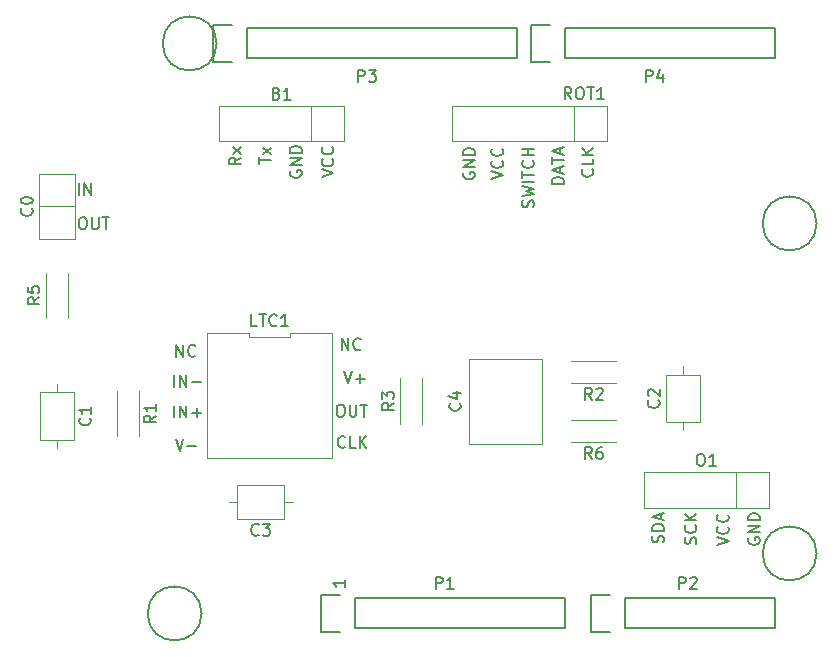
<source format=gbr>
G04 #@! TF.GenerationSoftware,KiCad,Pcbnew,(5.1.2)-2*
G04 #@! TF.CreationDate,2021-03-05T11:45:08+01:00*
G04 #@! TF.ProjectId,Shield,53686965-6c64-42e6-9b69-6361645f7063,rev?*
G04 #@! TF.SameCoordinates,Original*
G04 #@! TF.FileFunction,Legend,Top*
G04 #@! TF.FilePolarity,Positive*
%FSLAX46Y46*%
G04 Gerber Fmt 4.6, Leading zero omitted, Abs format (unit mm)*
G04 Created by KiCad (PCBNEW (5.1.2)-2) date 2021-03-05 11:45:08*
%MOMM*%
%LPD*%
G04 APERTURE LIST*
%ADD10C,0.150000*%
%ADD11C,0.120000*%
G04 APERTURE END LIST*
D10*
X139390380Y-120999285D02*
X139390380Y-121570714D01*
X139390380Y-121285000D02*
X138390380Y-121285000D01*
X138533238Y-121380238D01*
X138628476Y-121475476D01*
X138676095Y-121570714D01*
D11*
X129538000Y-114365000D02*
X130228000Y-114365000D01*
X134958000Y-114365000D02*
X134268000Y-114365000D01*
X130228000Y-115785000D02*
X134268000Y-115785000D01*
X130228000Y-112945000D02*
X130228000Y-115785000D01*
X134268000Y-112945000D02*
X130228000Y-112945000D01*
X134268000Y-115785000D02*
X134268000Y-112945000D01*
X158808000Y-83865000D02*
X158808000Y-80865000D01*
X161578000Y-80865000D02*
X161578000Y-83865000D01*
X148418000Y-80865000D02*
X161578000Y-80865000D01*
X148418000Y-83865000D02*
X148418000Y-80865000D01*
X161578000Y-83865000D02*
X148418000Y-83865000D01*
X162378000Y-107445000D02*
X158538000Y-107445000D01*
X162378000Y-109285000D02*
X158538000Y-109285000D01*
X115918000Y-98825000D02*
X115918000Y-94985000D01*
X114078000Y-98825000D02*
X114078000Y-94985000D01*
X145918000Y-107745000D02*
X145918000Y-103905000D01*
X144078000Y-107745000D02*
X144078000Y-103905000D01*
X162378000Y-102445000D02*
X158538000Y-102445000D01*
X162378000Y-104285000D02*
X158538000Y-104285000D01*
X120078000Y-104985000D02*
X120078000Y-108825000D01*
X121918000Y-104985000D02*
X121918000Y-108825000D01*
X172538000Y-114865000D02*
X172538000Y-111865000D01*
X175308000Y-111865000D02*
X175308000Y-114865000D01*
X164688000Y-111865000D02*
X175308000Y-111865000D01*
X164688000Y-114865000D02*
X164688000Y-111865000D01*
X175308000Y-114865000D02*
X164688000Y-114865000D01*
X131244667Y-100055000D02*
X127738000Y-100055000D01*
X131244667Y-100415000D02*
X131244667Y-100055000D01*
X134751333Y-100415000D02*
X131244667Y-100415000D01*
X134751333Y-100055000D02*
X134751333Y-100415000D01*
X138258000Y-100055000D02*
X134751333Y-100055000D01*
X138258000Y-110675000D02*
X138258000Y-100055000D01*
X127738000Y-110675000D02*
X138258000Y-110675000D01*
X127738000Y-100055000D02*
X127738000Y-110675000D01*
X149878000Y-102245000D02*
X156118000Y-102245000D01*
X149878000Y-109485000D02*
X156118000Y-109485000D01*
X156118000Y-109485000D02*
X156118000Y-102245000D01*
X149878000Y-109485000D02*
X149878000Y-102245000D01*
X167998000Y-102905000D02*
X167998000Y-103595000D01*
X167998000Y-108325000D02*
X167998000Y-107635000D01*
X166578000Y-103595000D02*
X166578000Y-107635000D01*
X169418000Y-103595000D02*
X166578000Y-103595000D01*
X169418000Y-107635000D02*
X169418000Y-103595000D01*
X166578000Y-107635000D02*
X169418000Y-107635000D01*
X114998000Y-109825000D02*
X114998000Y-109135000D01*
X114998000Y-104405000D02*
X114998000Y-105095000D01*
X116418000Y-109135000D02*
X116418000Y-105095000D01*
X113578000Y-109135000D02*
X116418000Y-109135000D01*
X113578000Y-105095000D02*
X113578000Y-109135000D01*
X116418000Y-105095000D02*
X113578000Y-105095000D01*
X116498000Y-89365000D02*
X113498000Y-89365000D01*
X113498000Y-86595000D02*
X116498000Y-86595000D01*
X113498000Y-92135000D02*
X113498000Y-86595000D01*
X116498000Y-92135000D02*
X113498000Y-92135000D01*
X116498000Y-86595000D02*
X116498000Y-92135000D01*
X136538000Y-83865000D02*
X136538000Y-80865000D01*
X139308000Y-80865000D02*
X139308000Y-83865000D01*
X128688000Y-80865000D02*
X139308000Y-80865000D01*
X128688000Y-83865000D02*
X128688000Y-80865000D01*
X139308000Y-83865000D02*
X128688000Y-83865000D01*
D10*
X140208000Y-125095000D02*
X157988000Y-125095000D01*
X157988000Y-125095000D02*
X157988000Y-122555000D01*
X157988000Y-122555000D02*
X140208000Y-122555000D01*
X137388000Y-125375000D02*
X138938000Y-125375000D01*
X140208000Y-125095000D02*
X140208000Y-122555000D01*
X138938000Y-122275000D02*
X137388000Y-122275000D01*
X137388000Y-122275000D02*
X137388000Y-125375000D01*
X163068000Y-125095000D02*
X175768000Y-125095000D01*
X175768000Y-125095000D02*
X175768000Y-122555000D01*
X175768000Y-122555000D02*
X163068000Y-122555000D01*
X160248000Y-125375000D02*
X161798000Y-125375000D01*
X163068000Y-125095000D02*
X163068000Y-122555000D01*
X161798000Y-122275000D02*
X160248000Y-122275000D01*
X160248000Y-122275000D02*
X160248000Y-125375000D01*
X131064000Y-76835000D02*
X153924000Y-76835000D01*
X153924000Y-76835000D02*
X153924000Y-74295000D01*
X153924000Y-74295000D02*
X131064000Y-74295000D01*
X128244000Y-77115000D02*
X129794000Y-77115000D01*
X131064000Y-76835000D02*
X131064000Y-74295000D01*
X129794000Y-74015000D02*
X128244000Y-74015000D01*
X128244000Y-74015000D02*
X128244000Y-77115000D01*
X157988000Y-76835000D02*
X175768000Y-76835000D01*
X175768000Y-76835000D02*
X175768000Y-74295000D01*
X175768000Y-74295000D02*
X157988000Y-74295000D01*
X155168000Y-77115000D02*
X156718000Y-77115000D01*
X157988000Y-76835000D02*
X157988000Y-74295000D01*
X156718000Y-74015000D02*
X155168000Y-74015000D01*
X155168000Y-74015000D02*
X155168000Y-77115000D01*
X127254000Y-123825000D02*
G75*
G03X127254000Y-123825000I-2286000J0D01*
G01*
X179324000Y-118745000D02*
G75*
G03X179324000Y-118745000I-2286000J0D01*
G01*
X128524000Y-75565000D02*
G75*
G03X128524000Y-75565000I-2286000J0D01*
G01*
X179324000Y-90805000D02*
G75*
G03X179324000Y-90805000I-2286000J0D01*
G01*
X132081333Y-117142142D02*
X132033714Y-117189761D01*
X131890857Y-117237380D01*
X131795619Y-117237380D01*
X131652761Y-117189761D01*
X131557523Y-117094523D01*
X131509904Y-116999285D01*
X131462285Y-116808809D01*
X131462285Y-116665952D01*
X131509904Y-116475476D01*
X131557523Y-116380238D01*
X131652761Y-116285000D01*
X131795619Y-116237380D01*
X131890857Y-116237380D01*
X132033714Y-116285000D01*
X132081333Y-116332619D01*
X132414666Y-116237380D02*
X133033714Y-116237380D01*
X132700380Y-116618333D01*
X132843238Y-116618333D01*
X132938476Y-116665952D01*
X132986095Y-116713571D01*
X133033714Y-116808809D01*
X133033714Y-117046904D01*
X132986095Y-117142142D01*
X132938476Y-117189761D01*
X132843238Y-117237380D01*
X132557523Y-117237380D01*
X132462285Y-117189761D01*
X132414666Y-117142142D01*
X158566571Y-80277380D02*
X158233238Y-79801190D01*
X157995142Y-80277380D02*
X157995142Y-79277380D01*
X158376095Y-79277380D01*
X158471333Y-79325000D01*
X158518952Y-79372619D01*
X158566571Y-79467857D01*
X158566571Y-79610714D01*
X158518952Y-79705952D01*
X158471333Y-79753571D01*
X158376095Y-79801190D01*
X157995142Y-79801190D01*
X159185619Y-79277380D02*
X159376095Y-79277380D01*
X159471333Y-79325000D01*
X159566571Y-79420238D01*
X159614190Y-79610714D01*
X159614190Y-79944047D01*
X159566571Y-80134523D01*
X159471333Y-80229761D01*
X159376095Y-80277380D01*
X159185619Y-80277380D01*
X159090380Y-80229761D01*
X158995142Y-80134523D01*
X158947523Y-79944047D01*
X158947523Y-79610714D01*
X158995142Y-79420238D01*
X159090380Y-79325000D01*
X159185619Y-79277380D01*
X159899904Y-79277380D02*
X160471333Y-79277380D01*
X160185619Y-80277380D02*
X160185619Y-79277380D01*
X161328476Y-80277380D02*
X160757047Y-80277380D01*
X161042761Y-80277380D02*
X161042761Y-79277380D01*
X160947523Y-79420238D01*
X160852285Y-79515476D01*
X160757047Y-79563095D01*
X149438000Y-86506904D02*
X149390380Y-86602142D01*
X149390380Y-86745000D01*
X149438000Y-86887857D01*
X149533238Y-86983095D01*
X149628476Y-87030714D01*
X149818952Y-87078333D01*
X149961809Y-87078333D01*
X150152285Y-87030714D01*
X150247523Y-86983095D01*
X150342761Y-86887857D01*
X150390380Y-86745000D01*
X150390380Y-86649761D01*
X150342761Y-86506904D01*
X150295142Y-86459285D01*
X149961809Y-86459285D01*
X149961809Y-86649761D01*
X150390380Y-86030714D02*
X149390380Y-86030714D01*
X150390380Y-85459285D01*
X149390380Y-85459285D01*
X150390380Y-84983095D02*
X149390380Y-84983095D01*
X149390380Y-84745000D01*
X149438000Y-84602142D01*
X149533238Y-84506904D01*
X149628476Y-84459285D01*
X149818952Y-84411666D01*
X149961809Y-84411666D01*
X150152285Y-84459285D01*
X150247523Y-84506904D01*
X150342761Y-84602142D01*
X150390380Y-84745000D01*
X150390380Y-84983095D01*
X151780380Y-87048333D02*
X152780380Y-86715000D01*
X151780380Y-86381666D01*
X152685142Y-85476904D02*
X152732761Y-85524523D01*
X152780380Y-85667380D01*
X152780380Y-85762619D01*
X152732761Y-85905476D01*
X152637523Y-86000714D01*
X152542285Y-86048333D01*
X152351809Y-86095952D01*
X152208952Y-86095952D01*
X152018476Y-86048333D01*
X151923238Y-86000714D01*
X151828000Y-85905476D01*
X151780380Y-85762619D01*
X151780380Y-85667380D01*
X151828000Y-85524523D01*
X151875619Y-85476904D01*
X152685142Y-84476904D02*
X152732761Y-84524523D01*
X152780380Y-84667380D01*
X152780380Y-84762619D01*
X152732761Y-84905476D01*
X152637523Y-85000714D01*
X152542285Y-85048333D01*
X152351809Y-85095952D01*
X152208952Y-85095952D01*
X152018476Y-85048333D01*
X151923238Y-85000714D01*
X151828000Y-84905476D01*
X151780380Y-84762619D01*
X151780380Y-84667380D01*
X151828000Y-84524523D01*
X151875619Y-84476904D01*
X155352761Y-89425000D02*
X155400380Y-89282142D01*
X155400380Y-89044047D01*
X155352761Y-88948809D01*
X155305142Y-88901190D01*
X155209904Y-88853571D01*
X155114666Y-88853571D01*
X155019428Y-88901190D01*
X154971809Y-88948809D01*
X154924190Y-89044047D01*
X154876571Y-89234523D01*
X154828952Y-89329761D01*
X154781333Y-89377380D01*
X154686095Y-89425000D01*
X154590857Y-89425000D01*
X154495619Y-89377380D01*
X154448000Y-89329761D01*
X154400380Y-89234523D01*
X154400380Y-88996428D01*
X154448000Y-88853571D01*
X154400380Y-88520238D02*
X155400380Y-88282142D01*
X154686095Y-88091666D01*
X155400380Y-87901190D01*
X154400380Y-87663095D01*
X155400380Y-87282142D02*
X154400380Y-87282142D01*
X154400380Y-86948809D02*
X154400380Y-86377380D01*
X155400380Y-86663095D02*
X154400380Y-86663095D01*
X155305142Y-85472619D02*
X155352761Y-85520238D01*
X155400380Y-85663095D01*
X155400380Y-85758333D01*
X155352761Y-85901190D01*
X155257523Y-85996428D01*
X155162285Y-86044047D01*
X154971809Y-86091666D01*
X154828952Y-86091666D01*
X154638476Y-86044047D01*
X154543238Y-85996428D01*
X154448000Y-85901190D01*
X154400380Y-85758333D01*
X154400380Y-85663095D01*
X154448000Y-85520238D01*
X154495619Y-85472619D01*
X155400380Y-85044047D02*
X154400380Y-85044047D01*
X154876571Y-85044047D02*
X154876571Y-84472619D01*
X155400380Y-84472619D02*
X154400380Y-84472619D01*
X157910380Y-87445000D02*
X156910380Y-87445000D01*
X156910380Y-87206904D01*
X156958000Y-87064047D01*
X157053238Y-86968809D01*
X157148476Y-86921190D01*
X157338952Y-86873571D01*
X157481809Y-86873571D01*
X157672285Y-86921190D01*
X157767523Y-86968809D01*
X157862761Y-87064047D01*
X157910380Y-87206904D01*
X157910380Y-87445000D01*
X157624666Y-86492619D02*
X157624666Y-86016428D01*
X157910380Y-86587857D02*
X156910380Y-86254523D01*
X157910380Y-85921190D01*
X156910380Y-85730714D02*
X156910380Y-85159285D01*
X157910380Y-85445000D02*
X156910380Y-85445000D01*
X157624666Y-84873571D02*
X157624666Y-84397380D01*
X157910380Y-84968809D02*
X156910380Y-84635476D01*
X157910380Y-84302142D01*
X160325142Y-86210238D02*
X160372761Y-86257857D01*
X160420380Y-86400714D01*
X160420380Y-86495952D01*
X160372761Y-86638809D01*
X160277523Y-86734047D01*
X160182285Y-86781666D01*
X159991809Y-86829285D01*
X159848952Y-86829285D01*
X159658476Y-86781666D01*
X159563238Y-86734047D01*
X159468000Y-86638809D01*
X159420380Y-86495952D01*
X159420380Y-86400714D01*
X159468000Y-86257857D01*
X159515619Y-86210238D01*
X160420380Y-85305476D02*
X160420380Y-85781666D01*
X159420380Y-85781666D01*
X160420380Y-84972142D02*
X159420380Y-84972142D01*
X160420380Y-84400714D02*
X159848952Y-84829285D01*
X159420380Y-84400714D02*
X159991809Y-84972142D01*
X160291333Y-110737380D02*
X159958000Y-110261190D01*
X159719904Y-110737380D02*
X159719904Y-109737380D01*
X160100857Y-109737380D01*
X160196095Y-109785000D01*
X160243714Y-109832619D01*
X160291333Y-109927857D01*
X160291333Y-110070714D01*
X160243714Y-110165952D01*
X160196095Y-110213571D01*
X160100857Y-110261190D01*
X159719904Y-110261190D01*
X161148476Y-109737380D02*
X160958000Y-109737380D01*
X160862761Y-109785000D01*
X160815142Y-109832619D01*
X160719904Y-109975476D01*
X160672285Y-110165952D01*
X160672285Y-110546904D01*
X160719904Y-110642142D01*
X160767523Y-110689761D01*
X160862761Y-110737380D01*
X161053238Y-110737380D01*
X161148476Y-110689761D01*
X161196095Y-110642142D01*
X161243714Y-110546904D01*
X161243714Y-110308809D01*
X161196095Y-110213571D01*
X161148476Y-110165952D01*
X161053238Y-110118333D01*
X160862761Y-110118333D01*
X160767523Y-110165952D01*
X160719904Y-110213571D01*
X160672285Y-110308809D01*
X113530380Y-97071666D02*
X113054190Y-97405000D01*
X113530380Y-97643095D02*
X112530380Y-97643095D01*
X112530380Y-97262142D01*
X112578000Y-97166904D01*
X112625619Y-97119285D01*
X112720857Y-97071666D01*
X112863714Y-97071666D01*
X112958952Y-97119285D01*
X113006571Y-97166904D01*
X113054190Y-97262142D01*
X113054190Y-97643095D01*
X112530380Y-96166904D02*
X112530380Y-96643095D01*
X113006571Y-96690714D01*
X112958952Y-96643095D01*
X112911333Y-96547857D01*
X112911333Y-96309761D01*
X112958952Y-96214523D01*
X113006571Y-96166904D01*
X113101809Y-96119285D01*
X113339904Y-96119285D01*
X113435142Y-96166904D01*
X113482761Y-96214523D01*
X113530380Y-96309761D01*
X113530380Y-96547857D01*
X113482761Y-96643095D01*
X113435142Y-96690714D01*
X143530380Y-105991666D02*
X143054190Y-106325000D01*
X143530380Y-106563095D02*
X142530380Y-106563095D01*
X142530380Y-106182142D01*
X142578000Y-106086904D01*
X142625619Y-106039285D01*
X142720857Y-105991666D01*
X142863714Y-105991666D01*
X142958952Y-106039285D01*
X143006571Y-106086904D01*
X143054190Y-106182142D01*
X143054190Y-106563095D01*
X142530380Y-105658333D02*
X142530380Y-105039285D01*
X142911333Y-105372619D01*
X142911333Y-105229761D01*
X142958952Y-105134523D01*
X143006571Y-105086904D01*
X143101809Y-105039285D01*
X143339904Y-105039285D01*
X143435142Y-105086904D01*
X143482761Y-105134523D01*
X143530380Y-105229761D01*
X143530380Y-105515476D01*
X143482761Y-105610714D01*
X143435142Y-105658333D01*
X160291333Y-105737380D02*
X159958000Y-105261190D01*
X159719904Y-105737380D02*
X159719904Y-104737380D01*
X160100857Y-104737380D01*
X160196095Y-104785000D01*
X160243714Y-104832619D01*
X160291333Y-104927857D01*
X160291333Y-105070714D01*
X160243714Y-105165952D01*
X160196095Y-105213571D01*
X160100857Y-105261190D01*
X159719904Y-105261190D01*
X160672285Y-104832619D02*
X160719904Y-104785000D01*
X160815142Y-104737380D01*
X161053238Y-104737380D01*
X161148476Y-104785000D01*
X161196095Y-104832619D01*
X161243714Y-104927857D01*
X161243714Y-105023095D01*
X161196095Y-105165952D01*
X160624666Y-105737380D01*
X161243714Y-105737380D01*
X123370380Y-107071666D02*
X122894190Y-107405000D01*
X123370380Y-107643095D02*
X122370380Y-107643095D01*
X122370380Y-107262142D01*
X122418000Y-107166904D01*
X122465619Y-107119285D01*
X122560857Y-107071666D01*
X122703714Y-107071666D01*
X122798952Y-107119285D01*
X122846571Y-107166904D01*
X122894190Y-107262142D01*
X122894190Y-107643095D01*
X123370380Y-106119285D02*
X123370380Y-106690714D01*
X123370380Y-106405000D02*
X122370380Y-106405000D01*
X122513238Y-106500238D01*
X122608476Y-106595476D01*
X122656095Y-106690714D01*
X169426571Y-110317380D02*
X169617047Y-110317380D01*
X169712285Y-110365000D01*
X169807523Y-110460238D01*
X169855142Y-110650714D01*
X169855142Y-110984047D01*
X169807523Y-111174523D01*
X169712285Y-111269761D01*
X169617047Y-111317380D01*
X169426571Y-111317380D01*
X169331333Y-111269761D01*
X169236095Y-111174523D01*
X169188476Y-110984047D01*
X169188476Y-110650714D01*
X169236095Y-110460238D01*
X169331333Y-110365000D01*
X169426571Y-110317380D01*
X170807523Y-111317380D02*
X170236095Y-111317380D01*
X170521809Y-111317380D02*
X170521809Y-110317380D01*
X170426571Y-110460238D01*
X170331333Y-110555476D01*
X170236095Y-110603095D01*
X166352761Y-117809285D02*
X166400380Y-117666428D01*
X166400380Y-117428333D01*
X166352761Y-117333095D01*
X166305142Y-117285476D01*
X166209904Y-117237857D01*
X166114666Y-117237857D01*
X166019428Y-117285476D01*
X165971809Y-117333095D01*
X165924190Y-117428333D01*
X165876571Y-117618809D01*
X165828952Y-117714047D01*
X165781333Y-117761666D01*
X165686095Y-117809285D01*
X165590857Y-117809285D01*
X165495619Y-117761666D01*
X165448000Y-117714047D01*
X165400380Y-117618809D01*
X165400380Y-117380714D01*
X165448000Y-117237857D01*
X166400380Y-116809285D02*
X165400380Y-116809285D01*
X165400380Y-116571190D01*
X165448000Y-116428333D01*
X165543238Y-116333095D01*
X165638476Y-116285476D01*
X165828952Y-116237857D01*
X165971809Y-116237857D01*
X166162285Y-116285476D01*
X166257523Y-116333095D01*
X166352761Y-116428333D01*
X166400380Y-116571190D01*
X166400380Y-116809285D01*
X166114666Y-115856904D02*
X166114666Y-115380714D01*
X166400380Y-115952142D02*
X165400380Y-115618809D01*
X166400380Y-115285476D01*
X169102761Y-117940714D02*
X169150380Y-117797857D01*
X169150380Y-117559761D01*
X169102761Y-117464523D01*
X169055142Y-117416904D01*
X168959904Y-117369285D01*
X168864666Y-117369285D01*
X168769428Y-117416904D01*
X168721809Y-117464523D01*
X168674190Y-117559761D01*
X168626571Y-117750238D01*
X168578952Y-117845476D01*
X168531333Y-117893095D01*
X168436095Y-117940714D01*
X168340857Y-117940714D01*
X168245619Y-117893095D01*
X168198000Y-117845476D01*
X168150380Y-117750238D01*
X168150380Y-117512142D01*
X168198000Y-117369285D01*
X169055142Y-116369285D02*
X169102761Y-116416904D01*
X169150380Y-116559761D01*
X169150380Y-116655000D01*
X169102761Y-116797857D01*
X169007523Y-116893095D01*
X168912285Y-116940714D01*
X168721809Y-116988333D01*
X168578952Y-116988333D01*
X168388476Y-116940714D01*
X168293238Y-116893095D01*
X168198000Y-116797857D01*
X168150380Y-116655000D01*
X168150380Y-116559761D01*
X168198000Y-116416904D01*
X168245619Y-116369285D01*
X169150380Y-115940714D02*
X168150380Y-115940714D01*
X169150380Y-115369285D02*
X168578952Y-115797857D01*
X168150380Y-115369285D02*
X168721809Y-115940714D01*
X170880380Y-118038333D02*
X171880380Y-117705000D01*
X170880380Y-117371666D01*
X171785142Y-116466904D02*
X171832761Y-116514523D01*
X171880380Y-116657380D01*
X171880380Y-116752619D01*
X171832761Y-116895476D01*
X171737523Y-116990714D01*
X171642285Y-117038333D01*
X171451809Y-117085952D01*
X171308952Y-117085952D01*
X171118476Y-117038333D01*
X171023238Y-116990714D01*
X170928000Y-116895476D01*
X170880380Y-116752619D01*
X170880380Y-116657380D01*
X170928000Y-116514523D01*
X170975619Y-116466904D01*
X171785142Y-115466904D02*
X171832761Y-115514523D01*
X171880380Y-115657380D01*
X171880380Y-115752619D01*
X171832761Y-115895476D01*
X171737523Y-115990714D01*
X171642285Y-116038333D01*
X171451809Y-116085952D01*
X171308952Y-116085952D01*
X171118476Y-116038333D01*
X171023238Y-115990714D01*
X170928000Y-115895476D01*
X170880380Y-115752619D01*
X170880380Y-115657380D01*
X170928000Y-115514523D01*
X170975619Y-115466904D01*
X173568000Y-117436904D02*
X173520380Y-117532142D01*
X173520380Y-117675000D01*
X173568000Y-117817857D01*
X173663238Y-117913095D01*
X173758476Y-117960714D01*
X173948952Y-118008333D01*
X174091809Y-118008333D01*
X174282285Y-117960714D01*
X174377523Y-117913095D01*
X174472761Y-117817857D01*
X174520380Y-117675000D01*
X174520380Y-117579761D01*
X174472761Y-117436904D01*
X174425142Y-117389285D01*
X174091809Y-117389285D01*
X174091809Y-117579761D01*
X174520380Y-116960714D02*
X173520380Y-116960714D01*
X174520380Y-116389285D01*
X173520380Y-116389285D01*
X174520380Y-115913095D02*
X173520380Y-115913095D01*
X173520380Y-115675000D01*
X173568000Y-115532142D01*
X173663238Y-115436904D01*
X173758476Y-115389285D01*
X173948952Y-115341666D01*
X174091809Y-115341666D01*
X174282285Y-115389285D01*
X174377523Y-115436904D01*
X174472761Y-115532142D01*
X174520380Y-115675000D01*
X174520380Y-115913095D01*
X131950380Y-99507380D02*
X131474190Y-99507380D01*
X131474190Y-98507380D01*
X132140857Y-98507380D02*
X132712285Y-98507380D01*
X132426571Y-99507380D02*
X132426571Y-98507380D01*
X133617047Y-99412142D02*
X133569428Y-99459761D01*
X133426571Y-99507380D01*
X133331333Y-99507380D01*
X133188476Y-99459761D01*
X133093238Y-99364523D01*
X133045619Y-99269285D01*
X132998000Y-99078809D01*
X132998000Y-98935952D01*
X133045619Y-98745476D01*
X133093238Y-98650238D01*
X133188476Y-98555000D01*
X133331333Y-98507380D01*
X133426571Y-98507380D01*
X133569428Y-98555000D01*
X133617047Y-98602619D01*
X134569428Y-99507380D02*
X133998000Y-99507380D01*
X134283714Y-99507380D02*
X134283714Y-98507380D01*
X134188476Y-98650238D01*
X134093238Y-98745476D01*
X133998000Y-98793095D01*
X139102285Y-101527380D02*
X139102285Y-100527380D01*
X139673714Y-101527380D01*
X139673714Y-100527380D01*
X140721333Y-101432142D02*
X140673714Y-101479761D01*
X140530857Y-101527380D01*
X140435619Y-101527380D01*
X140292761Y-101479761D01*
X140197523Y-101384523D01*
X140149904Y-101289285D01*
X140102285Y-101098809D01*
X140102285Y-100955952D01*
X140149904Y-100765476D01*
X140197523Y-100670238D01*
X140292761Y-100575000D01*
X140435619Y-100527380D01*
X140530857Y-100527380D01*
X140673714Y-100575000D01*
X140721333Y-100622619D01*
X139325619Y-103327380D02*
X139658952Y-104327380D01*
X139992285Y-103327380D01*
X140325619Y-103946428D02*
X141087523Y-103946428D01*
X140706571Y-104327380D02*
X140706571Y-103565476D01*
X138928000Y-106157380D02*
X139118476Y-106157380D01*
X139213714Y-106205000D01*
X139308952Y-106300238D01*
X139356571Y-106490714D01*
X139356571Y-106824047D01*
X139308952Y-107014523D01*
X139213714Y-107109761D01*
X139118476Y-107157380D01*
X138928000Y-107157380D01*
X138832761Y-107109761D01*
X138737523Y-107014523D01*
X138689904Y-106824047D01*
X138689904Y-106490714D01*
X138737523Y-106300238D01*
X138832761Y-106205000D01*
X138928000Y-106157380D01*
X139785142Y-106157380D02*
X139785142Y-106966904D01*
X139832761Y-107062142D01*
X139880380Y-107109761D01*
X139975619Y-107157380D01*
X140166095Y-107157380D01*
X140261333Y-107109761D01*
X140308952Y-107062142D01*
X140356571Y-106966904D01*
X140356571Y-106157380D01*
X140689904Y-106157380D02*
X141261333Y-106157380D01*
X140975619Y-107157380D02*
X140975619Y-106157380D01*
X139402761Y-109712142D02*
X139355142Y-109759761D01*
X139212285Y-109807380D01*
X139117047Y-109807380D01*
X138974190Y-109759761D01*
X138878952Y-109664523D01*
X138831333Y-109569285D01*
X138783714Y-109378809D01*
X138783714Y-109235952D01*
X138831333Y-109045476D01*
X138878952Y-108950238D01*
X138974190Y-108855000D01*
X139117047Y-108807380D01*
X139212285Y-108807380D01*
X139355142Y-108855000D01*
X139402761Y-108902619D01*
X140307523Y-109807380D02*
X139831333Y-109807380D01*
X139831333Y-108807380D01*
X140640857Y-109807380D02*
X140640857Y-108807380D01*
X141212285Y-109807380D02*
X140783714Y-109235952D01*
X141212285Y-108807380D02*
X140640857Y-109378809D01*
X125055619Y-109037380D02*
X125388952Y-110037380D01*
X125722285Y-109037380D01*
X126055619Y-109656428D02*
X126817523Y-109656428D01*
X124925142Y-107227380D02*
X124925142Y-106227380D01*
X125401333Y-107227380D02*
X125401333Y-106227380D01*
X125972761Y-107227380D01*
X125972761Y-106227380D01*
X126448952Y-106846428D02*
X127210857Y-106846428D01*
X126829904Y-107227380D02*
X126829904Y-106465476D01*
X124925142Y-104627380D02*
X124925142Y-103627380D01*
X125401333Y-104627380D02*
X125401333Y-103627380D01*
X125972761Y-104627380D01*
X125972761Y-103627380D01*
X126448952Y-104246428D02*
X127210857Y-104246428D01*
X125112285Y-102087380D02*
X125112285Y-101087380D01*
X125683714Y-102087380D01*
X125683714Y-101087380D01*
X126731333Y-101992142D02*
X126683714Y-102039761D01*
X126540857Y-102087380D01*
X126445619Y-102087380D01*
X126302761Y-102039761D01*
X126207523Y-101944523D01*
X126159904Y-101849285D01*
X126112285Y-101658809D01*
X126112285Y-101515952D01*
X126159904Y-101325476D01*
X126207523Y-101230238D01*
X126302761Y-101135000D01*
X126445619Y-101087380D01*
X126540857Y-101087380D01*
X126683714Y-101135000D01*
X126731333Y-101182619D01*
X149105142Y-106031666D02*
X149152761Y-106079285D01*
X149200380Y-106222142D01*
X149200380Y-106317380D01*
X149152761Y-106460238D01*
X149057523Y-106555476D01*
X148962285Y-106603095D01*
X148771809Y-106650714D01*
X148628952Y-106650714D01*
X148438476Y-106603095D01*
X148343238Y-106555476D01*
X148248000Y-106460238D01*
X148200380Y-106317380D01*
X148200380Y-106222142D01*
X148248000Y-106079285D01*
X148295619Y-106031666D01*
X148533714Y-105174523D02*
X149200380Y-105174523D01*
X148152761Y-105412619D02*
X148867047Y-105650714D01*
X148867047Y-105031666D01*
X165935142Y-105781666D02*
X165982761Y-105829285D01*
X166030380Y-105972142D01*
X166030380Y-106067380D01*
X165982761Y-106210238D01*
X165887523Y-106305476D01*
X165792285Y-106353095D01*
X165601809Y-106400714D01*
X165458952Y-106400714D01*
X165268476Y-106353095D01*
X165173238Y-106305476D01*
X165078000Y-106210238D01*
X165030380Y-106067380D01*
X165030380Y-105972142D01*
X165078000Y-105829285D01*
X165125619Y-105781666D01*
X165125619Y-105400714D02*
X165078000Y-105353095D01*
X165030380Y-105257857D01*
X165030380Y-105019761D01*
X165078000Y-104924523D01*
X165125619Y-104876904D01*
X165220857Y-104829285D01*
X165316095Y-104829285D01*
X165458952Y-104876904D01*
X166030380Y-105448333D01*
X166030380Y-104829285D01*
X117775142Y-107281666D02*
X117822761Y-107329285D01*
X117870380Y-107472142D01*
X117870380Y-107567380D01*
X117822761Y-107710238D01*
X117727523Y-107805476D01*
X117632285Y-107853095D01*
X117441809Y-107900714D01*
X117298952Y-107900714D01*
X117108476Y-107853095D01*
X117013238Y-107805476D01*
X116918000Y-107710238D01*
X116870380Y-107567380D01*
X116870380Y-107472142D01*
X116918000Y-107329285D01*
X116965619Y-107281666D01*
X117870380Y-106329285D02*
X117870380Y-106900714D01*
X117870380Y-106615000D02*
X116870380Y-106615000D01*
X117013238Y-106710238D01*
X117108476Y-106805476D01*
X117156095Y-106900714D01*
X112855142Y-89531666D02*
X112902761Y-89579285D01*
X112950380Y-89722142D01*
X112950380Y-89817380D01*
X112902761Y-89960238D01*
X112807523Y-90055476D01*
X112712285Y-90103095D01*
X112521809Y-90150714D01*
X112378952Y-90150714D01*
X112188476Y-90103095D01*
X112093238Y-90055476D01*
X111998000Y-89960238D01*
X111950380Y-89817380D01*
X111950380Y-89722142D01*
X111998000Y-89579285D01*
X112045619Y-89531666D01*
X111950380Y-88912619D02*
X111950380Y-88817380D01*
X111998000Y-88722142D01*
X112045619Y-88674523D01*
X112140857Y-88626904D01*
X112331333Y-88579285D01*
X112569428Y-88579285D01*
X112759904Y-88626904D01*
X112855142Y-88674523D01*
X112902761Y-88722142D01*
X112950380Y-88817380D01*
X112950380Y-88912619D01*
X112902761Y-89007857D01*
X112855142Y-89055476D01*
X112759904Y-89103095D01*
X112569428Y-89150714D01*
X112331333Y-89150714D01*
X112140857Y-89103095D01*
X112045619Y-89055476D01*
X111998000Y-89007857D01*
X111950380Y-88912619D01*
X117098000Y-90287380D02*
X117288476Y-90287380D01*
X117383714Y-90335000D01*
X117478952Y-90430238D01*
X117526571Y-90620714D01*
X117526571Y-90954047D01*
X117478952Y-91144523D01*
X117383714Y-91239761D01*
X117288476Y-91287380D01*
X117098000Y-91287380D01*
X117002761Y-91239761D01*
X116907523Y-91144523D01*
X116859904Y-90954047D01*
X116859904Y-90620714D01*
X116907523Y-90430238D01*
X117002761Y-90335000D01*
X117098000Y-90287380D01*
X117955142Y-90287380D02*
X117955142Y-91096904D01*
X118002761Y-91192142D01*
X118050380Y-91239761D01*
X118145619Y-91287380D01*
X118336095Y-91287380D01*
X118431333Y-91239761D01*
X118478952Y-91192142D01*
X118526571Y-91096904D01*
X118526571Y-90287380D01*
X118859904Y-90287380D02*
X119431333Y-90287380D01*
X119145619Y-91287380D02*
X119145619Y-90287380D01*
X116864190Y-88397380D02*
X116864190Y-87397380D01*
X117340380Y-88397380D02*
X117340380Y-87397380D01*
X117911809Y-88397380D01*
X117911809Y-87397380D01*
X133593238Y-79793571D02*
X133736095Y-79841190D01*
X133783714Y-79888809D01*
X133831333Y-79984047D01*
X133831333Y-80126904D01*
X133783714Y-80222142D01*
X133736095Y-80269761D01*
X133640857Y-80317380D01*
X133259904Y-80317380D01*
X133259904Y-79317380D01*
X133593238Y-79317380D01*
X133688476Y-79365000D01*
X133736095Y-79412619D01*
X133783714Y-79507857D01*
X133783714Y-79603095D01*
X133736095Y-79698333D01*
X133688476Y-79745952D01*
X133593238Y-79793571D01*
X133259904Y-79793571D01*
X134783714Y-80317380D02*
X134212285Y-80317380D01*
X134498000Y-80317380D02*
X134498000Y-79317380D01*
X134402761Y-79460238D01*
X134307523Y-79555476D01*
X134212285Y-79603095D01*
X130590380Y-85220238D02*
X130114190Y-85553571D01*
X130590380Y-85791666D02*
X129590380Y-85791666D01*
X129590380Y-85410714D01*
X129638000Y-85315476D01*
X129685619Y-85267857D01*
X129780857Y-85220238D01*
X129923714Y-85220238D01*
X130018952Y-85267857D01*
X130066571Y-85315476D01*
X130114190Y-85410714D01*
X130114190Y-85791666D01*
X130590380Y-84886904D02*
X129923714Y-84363095D01*
X129923714Y-84886904D02*
X130590380Y-84363095D01*
X132100380Y-85755476D02*
X132100380Y-85184047D01*
X133100380Y-85469761D02*
X132100380Y-85469761D01*
X133100380Y-84945952D02*
X132433714Y-84422142D01*
X132433714Y-84945952D02*
X133100380Y-84422142D01*
X134768000Y-86346904D02*
X134720380Y-86442142D01*
X134720380Y-86585000D01*
X134768000Y-86727857D01*
X134863238Y-86823095D01*
X134958476Y-86870714D01*
X135148952Y-86918333D01*
X135291809Y-86918333D01*
X135482285Y-86870714D01*
X135577523Y-86823095D01*
X135672761Y-86727857D01*
X135720380Y-86585000D01*
X135720380Y-86489761D01*
X135672761Y-86346904D01*
X135625142Y-86299285D01*
X135291809Y-86299285D01*
X135291809Y-86489761D01*
X135720380Y-85870714D02*
X134720380Y-85870714D01*
X135720380Y-85299285D01*
X134720380Y-85299285D01*
X135720380Y-84823095D02*
X134720380Y-84823095D01*
X134720380Y-84585000D01*
X134768000Y-84442142D01*
X134863238Y-84346904D01*
X134958476Y-84299285D01*
X135148952Y-84251666D01*
X135291809Y-84251666D01*
X135482285Y-84299285D01*
X135577523Y-84346904D01*
X135672761Y-84442142D01*
X135720380Y-84585000D01*
X135720380Y-84823095D01*
X137420380Y-86898333D02*
X138420380Y-86565000D01*
X137420380Y-86231666D01*
X138325142Y-85326904D02*
X138372761Y-85374523D01*
X138420380Y-85517380D01*
X138420380Y-85612619D01*
X138372761Y-85755476D01*
X138277523Y-85850714D01*
X138182285Y-85898333D01*
X137991809Y-85945952D01*
X137848952Y-85945952D01*
X137658476Y-85898333D01*
X137563238Y-85850714D01*
X137468000Y-85755476D01*
X137420380Y-85612619D01*
X137420380Y-85517380D01*
X137468000Y-85374523D01*
X137515619Y-85326904D01*
X138325142Y-84326904D02*
X138372761Y-84374523D01*
X138420380Y-84517380D01*
X138420380Y-84612619D01*
X138372761Y-84755476D01*
X138277523Y-84850714D01*
X138182285Y-84898333D01*
X137991809Y-84945952D01*
X137848952Y-84945952D01*
X137658476Y-84898333D01*
X137563238Y-84850714D01*
X137468000Y-84755476D01*
X137420380Y-84612619D01*
X137420380Y-84517380D01*
X137468000Y-84374523D01*
X137515619Y-84326904D01*
X147089904Y-121737380D02*
X147089904Y-120737380D01*
X147470857Y-120737380D01*
X147566095Y-120785000D01*
X147613714Y-120832619D01*
X147661333Y-120927857D01*
X147661333Y-121070714D01*
X147613714Y-121165952D01*
X147566095Y-121213571D01*
X147470857Y-121261190D01*
X147089904Y-121261190D01*
X148613714Y-121737380D02*
X148042285Y-121737380D01*
X148328000Y-121737380D02*
X148328000Y-120737380D01*
X148232761Y-120880238D01*
X148137523Y-120975476D01*
X148042285Y-121023095D01*
X167663904Y-121737380D02*
X167663904Y-120737380D01*
X168044857Y-120737380D01*
X168140095Y-120785000D01*
X168187714Y-120832619D01*
X168235333Y-120927857D01*
X168235333Y-121070714D01*
X168187714Y-121165952D01*
X168140095Y-121213571D01*
X168044857Y-121261190D01*
X167663904Y-121261190D01*
X168616285Y-120832619D02*
X168663904Y-120785000D01*
X168759142Y-120737380D01*
X168997238Y-120737380D01*
X169092476Y-120785000D01*
X169140095Y-120832619D01*
X169187714Y-120927857D01*
X169187714Y-121023095D01*
X169140095Y-121165952D01*
X168568666Y-121737380D01*
X169187714Y-121737380D01*
X140485904Y-78811380D02*
X140485904Y-77811380D01*
X140866857Y-77811380D01*
X140962095Y-77859000D01*
X141009714Y-77906619D01*
X141057333Y-78001857D01*
X141057333Y-78144714D01*
X141009714Y-78239952D01*
X140962095Y-78287571D01*
X140866857Y-78335190D01*
X140485904Y-78335190D01*
X141390666Y-77811380D02*
X142009714Y-77811380D01*
X141676380Y-78192333D01*
X141819238Y-78192333D01*
X141914476Y-78239952D01*
X141962095Y-78287571D01*
X142009714Y-78382809D01*
X142009714Y-78620904D01*
X141962095Y-78716142D01*
X141914476Y-78763761D01*
X141819238Y-78811380D01*
X141533523Y-78811380D01*
X141438285Y-78763761D01*
X141390666Y-78716142D01*
X164869904Y-78811380D02*
X164869904Y-77811380D01*
X165250857Y-77811380D01*
X165346095Y-77859000D01*
X165393714Y-77906619D01*
X165441333Y-78001857D01*
X165441333Y-78144714D01*
X165393714Y-78239952D01*
X165346095Y-78287571D01*
X165250857Y-78335190D01*
X164869904Y-78335190D01*
X166298476Y-78144714D02*
X166298476Y-78811380D01*
X166060380Y-77763761D02*
X165822285Y-78478047D01*
X166441333Y-78478047D01*
M02*

</source>
